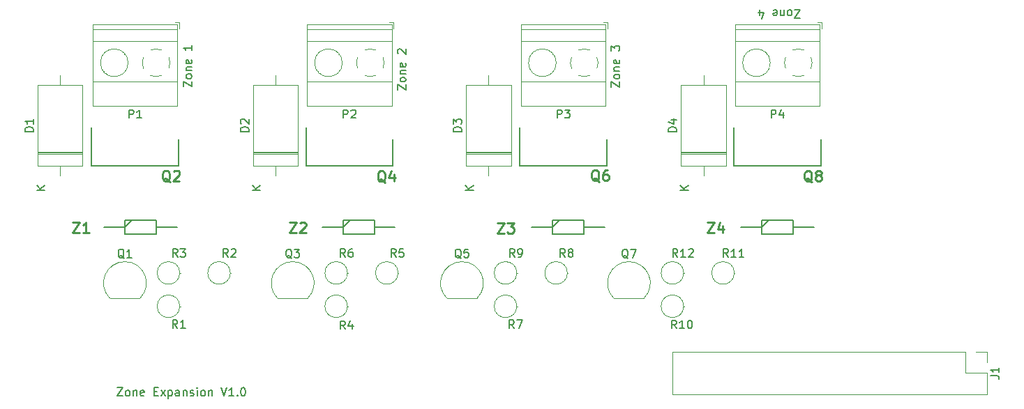
<source format=gbr>
%TF.GenerationSoftware,KiCad,Pcbnew,(6.0.0)*%
%TF.CreationDate,2022-07-19T12:43:36-07:00*%
%TF.ProjectId,MakeItRain - DaughterBoard Blank,4d616b65-4974-4526-9169-6e202d204461,rev?*%
%TF.SameCoordinates,Original*%
%TF.FileFunction,Legend,Top*%
%TF.FilePolarity,Positive*%
%FSLAX46Y46*%
G04 Gerber Fmt 4.6, Leading zero omitted, Abs format (unit mm)*
G04 Created by KiCad (PCBNEW (6.0.0)) date 2022-07-19 12:43:36*
%MOMM*%
%LPD*%
G01*
G04 APERTURE LIST*
%ADD10C,0.150000*%
%ADD11C,0.254000*%
%ADD12C,0.120000*%
%ADD13C,0.200000*%
G04 APERTURE END LIST*
D10*
X100104797Y-87927537D02*
X100104797Y-87260870D01*
X101104797Y-87927537D01*
X101104797Y-87260870D01*
X101104797Y-86737061D02*
X101057178Y-86832299D01*
X101009559Y-86879918D01*
X100914321Y-86927537D01*
X100628607Y-86927537D01*
X100533369Y-86879918D01*
X100485750Y-86832299D01*
X100438131Y-86737061D01*
X100438131Y-86594204D01*
X100485750Y-86498966D01*
X100533369Y-86451347D01*
X100628607Y-86403728D01*
X100914321Y-86403728D01*
X101009559Y-86451347D01*
X101057178Y-86498966D01*
X101104797Y-86594204D01*
X101104797Y-86737061D01*
X100438131Y-85975156D02*
X101104797Y-85975156D01*
X100533369Y-85975156D02*
X100485750Y-85927537D01*
X100438131Y-85832299D01*
X100438131Y-85689442D01*
X100485750Y-85594204D01*
X100580988Y-85546585D01*
X101104797Y-85546585D01*
X101057178Y-84689442D02*
X101104797Y-84784680D01*
X101104797Y-84975156D01*
X101057178Y-85070394D01*
X100961940Y-85118013D01*
X100580988Y-85118013D01*
X100485750Y-85070394D01*
X100438131Y-84975156D01*
X100438131Y-84784680D01*
X100485750Y-84689442D01*
X100580988Y-84641823D01*
X100676226Y-84641823D01*
X100771464Y-85118013D01*
X100200036Y-83498966D02*
X100152417Y-83451347D01*
X100104797Y-83356108D01*
X100104797Y-83118013D01*
X100152417Y-83022775D01*
X100200036Y-82975156D01*
X100295274Y-82927537D01*
X100390512Y-82927537D01*
X100533369Y-82975156D01*
X101104797Y-83546585D01*
X101104797Y-82927537D01*
X74137130Y-87519814D02*
X74137130Y-86853147D01*
X75137130Y-87519814D01*
X75137130Y-86853147D01*
X75137130Y-86329338D02*
X75089511Y-86424576D01*
X75041892Y-86472195D01*
X74946654Y-86519814D01*
X74660940Y-86519814D01*
X74565702Y-86472195D01*
X74518083Y-86424576D01*
X74470464Y-86329338D01*
X74470464Y-86186481D01*
X74518083Y-86091243D01*
X74565702Y-86043624D01*
X74660940Y-85996005D01*
X74946654Y-85996005D01*
X75041892Y-86043624D01*
X75089511Y-86091243D01*
X75137130Y-86186481D01*
X75137130Y-86329338D01*
X74470464Y-85567433D02*
X75137130Y-85567433D01*
X74565702Y-85567433D02*
X74518083Y-85519814D01*
X74470464Y-85424576D01*
X74470464Y-85281719D01*
X74518083Y-85186481D01*
X74613321Y-85138862D01*
X75137130Y-85138862D01*
X75089511Y-84281719D02*
X75137130Y-84376957D01*
X75137130Y-84567433D01*
X75089511Y-84662671D01*
X74994273Y-84710290D01*
X74613321Y-84710290D01*
X74518083Y-84662671D01*
X74470464Y-84567433D01*
X74470464Y-84376957D01*
X74518083Y-84281719D01*
X74613321Y-84234100D01*
X74708559Y-84234100D01*
X74803797Y-84710290D01*
X75137130Y-82519814D02*
X75137130Y-83091243D01*
X75137130Y-82805528D02*
X74137130Y-82805528D01*
X74279988Y-82900766D01*
X74375226Y-82996005D01*
X74422845Y-83091243D01*
X66102525Y-124089562D02*
X66769191Y-124089562D01*
X66102525Y-125089562D01*
X66769191Y-125089562D01*
X67293001Y-125089562D02*
X67197763Y-125041943D01*
X67150144Y-124994324D01*
X67102525Y-124899086D01*
X67102525Y-124613372D01*
X67150144Y-124518134D01*
X67197763Y-124470515D01*
X67293001Y-124422896D01*
X67435858Y-124422896D01*
X67531096Y-124470515D01*
X67578715Y-124518134D01*
X67626334Y-124613372D01*
X67626334Y-124899086D01*
X67578715Y-124994324D01*
X67531096Y-125041943D01*
X67435858Y-125089562D01*
X67293001Y-125089562D01*
X68054906Y-124422896D02*
X68054906Y-125089562D01*
X68054906Y-124518134D02*
X68102525Y-124470515D01*
X68197763Y-124422896D01*
X68340620Y-124422896D01*
X68435858Y-124470515D01*
X68483477Y-124565753D01*
X68483477Y-125089562D01*
X69340620Y-125041943D02*
X69245382Y-125089562D01*
X69054906Y-125089562D01*
X68959668Y-125041943D01*
X68912049Y-124946705D01*
X68912049Y-124565753D01*
X68959668Y-124470515D01*
X69054906Y-124422896D01*
X69245382Y-124422896D01*
X69340620Y-124470515D01*
X69388239Y-124565753D01*
X69388239Y-124660991D01*
X68912049Y-124756229D01*
X70578715Y-124565753D02*
X70912049Y-124565753D01*
X71054906Y-125089562D02*
X70578715Y-125089562D01*
X70578715Y-124089562D01*
X71054906Y-124089562D01*
X71388239Y-125089562D02*
X71912049Y-124422896D01*
X71388239Y-124422896D02*
X71912049Y-125089562D01*
X72293001Y-124422896D02*
X72293001Y-125422896D01*
X72293001Y-124470515D02*
X72388239Y-124422896D01*
X72578715Y-124422896D01*
X72673953Y-124470515D01*
X72721572Y-124518134D01*
X72769191Y-124613372D01*
X72769191Y-124899086D01*
X72721572Y-124994324D01*
X72673953Y-125041943D01*
X72578715Y-125089562D01*
X72388239Y-125089562D01*
X72293001Y-125041943D01*
X73626334Y-125089562D02*
X73626334Y-124565753D01*
X73578715Y-124470515D01*
X73483477Y-124422896D01*
X73293001Y-124422896D01*
X73197763Y-124470515D01*
X73626334Y-125041943D02*
X73531096Y-125089562D01*
X73293001Y-125089562D01*
X73197763Y-125041943D01*
X73150144Y-124946705D01*
X73150144Y-124851467D01*
X73197763Y-124756229D01*
X73293001Y-124708610D01*
X73531096Y-124708610D01*
X73626334Y-124660991D01*
X74102525Y-124422896D02*
X74102525Y-125089562D01*
X74102525Y-124518134D02*
X74150144Y-124470515D01*
X74245382Y-124422896D01*
X74388239Y-124422896D01*
X74483477Y-124470515D01*
X74531096Y-124565753D01*
X74531096Y-125089562D01*
X74959668Y-125041943D02*
X75054906Y-125089562D01*
X75245382Y-125089562D01*
X75340620Y-125041943D01*
X75388239Y-124946705D01*
X75388239Y-124899086D01*
X75340620Y-124803848D01*
X75245382Y-124756229D01*
X75102525Y-124756229D01*
X75007287Y-124708610D01*
X74959668Y-124613372D01*
X74959668Y-124565753D01*
X75007287Y-124470515D01*
X75102525Y-124422896D01*
X75245382Y-124422896D01*
X75340620Y-124470515D01*
X75816810Y-125089562D02*
X75816810Y-124422896D01*
X75816810Y-124089562D02*
X75769191Y-124137182D01*
X75816810Y-124184801D01*
X75864429Y-124137182D01*
X75816810Y-124089562D01*
X75816810Y-124184801D01*
X76435858Y-125089562D02*
X76340620Y-125041943D01*
X76293001Y-124994324D01*
X76245382Y-124899086D01*
X76245382Y-124613372D01*
X76293001Y-124518134D01*
X76340620Y-124470515D01*
X76435858Y-124422896D01*
X76578715Y-124422896D01*
X76673953Y-124470515D01*
X76721572Y-124518134D01*
X76769191Y-124613372D01*
X76769191Y-124899086D01*
X76721572Y-124994324D01*
X76673953Y-125041943D01*
X76578715Y-125089562D01*
X76435858Y-125089562D01*
X77197763Y-124422896D02*
X77197763Y-125089562D01*
X77197763Y-124518134D02*
X77245382Y-124470515D01*
X77340620Y-124422896D01*
X77483477Y-124422896D01*
X77578715Y-124470515D01*
X77626334Y-124565753D01*
X77626334Y-125089562D01*
X78721572Y-124089562D02*
X79054906Y-125089562D01*
X79388239Y-124089562D01*
X80245382Y-125089562D02*
X79673953Y-125089562D01*
X79959668Y-125089562D02*
X79959668Y-124089562D01*
X79864429Y-124232420D01*
X79769191Y-124327658D01*
X79673953Y-124375277D01*
X80673953Y-124994324D02*
X80721572Y-125041943D01*
X80673953Y-125089562D01*
X80626334Y-125041943D01*
X80673953Y-124994324D01*
X80673953Y-125089562D01*
X81340620Y-124089562D02*
X81435858Y-124089562D01*
X81531096Y-124137182D01*
X81578715Y-124184801D01*
X81626334Y-124280039D01*
X81673953Y-124470515D01*
X81673953Y-124708610D01*
X81626334Y-124899086D01*
X81578715Y-124994324D01*
X81531096Y-125041943D01*
X81435858Y-125089562D01*
X81340620Y-125089562D01*
X81245382Y-125041943D01*
X81197763Y-124994324D01*
X81150144Y-124899086D01*
X81102525Y-124708610D01*
X81102525Y-124470515D01*
X81150144Y-124280039D01*
X81197763Y-124184801D01*
X81245382Y-124137182D01*
X81340620Y-124089562D01*
X126067532Y-87532966D02*
X126067532Y-86866299D01*
X127067532Y-87532966D01*
X127067532Y-86866299D01*
X127067532Y-86342490D02*
X127019913Y-86437728D01*
X126972294Y-86485347D01*
X126877056Y-86532966D01*
X126591342Y-86532966D01*
X126496104Y-86485347D01*
X126448485Y-86437728D01*
X126400866Y-86342490D01*
X126400866Y-86199633D01*
X126448485Y-86104395D01*
X126496104Y-86056776D01*
X126591342Y-86009157D01*
X126877056Y-86009157D01*
X126972294Y-86056776D01*
X127019913Y-86104395D01*
X127067532Y-86199633D01*
X127067532Y-86342490D01*
X126400866Y-85580585D02*
X127067532Y-85580585D01*
X126496104Y-85580585D02*
X126448485Y-85532966D01*
X126400866Y-85437728D01*
X126400866Y-85294871D01*
X126448485Y-85199633D01*
X126543723Y-85152014D01*
X127067532Y-85152014D01*
X127019913Y-84294871D02*
X127067532Y-84390109D01*
X127067532Y-84580585D01*
X127019913Y-84675823D01*
X126924675Y-84723442D01*
X126543723Y-84723442D01*
X126448485Y-84675823D01*
X126400866Y-84580585D01*
X126400866Y-84390109D01*
X126448485Y-84294871D01*
X126543723Y-84247252D01*
X126638961Y-84247252D01*
X126734199Y-84723442D01*
X126067532Y-83152014D02*
X126067532Y-82532966D01*
X126448485Y-82866299D01*
X126448485Y-82723442D01*
X126496104Y-82628204D01*
X126543723Y-82580585D01*
X126638961Y-82532966D01*
X126877056Y-82532966D01*
X126972294Y-82580585D01*
X127019913Y-82628204D01*
X127067532Y-82723442D01*
X127067532Y-83009157D01*
X127019913Y-83104395D01*
X126972294Y-83152014D01*
X148975988Y-79194326D02*
X148309321Y-79194326D01*
X148975988Y-78194326D01*
X148309321Y-78194326D01*
X147785512Y-78194326D02*
X147880750Y-78241945D01*
X147928369Y-78289564D01*
X147975988Y-78384802D01*
X147975988Y-78670516D01*
X147928369Y-78765754D01*
X147880750Y-78813373D01*
X147785512Y-78860992D01*
X147642655Y-78860992D01*
X147547417Y-78813373D01*
X147499798Y-78765754D01*
X147452179Y-78670516D01*
X147452179Y-78384802D01*
X147499798Y-78289564D01*
X147547417Y-78241945D01*
X147642655Y-78194326D01*
X147785512Y-78194326D01*
X147023607Y-78860992D02*
X147023607Y-78194326D01*
X147023607Y-78765754D02*
X146975988Y-78813373D01*
X146880750Y-78860992D01*
X146737893Y-78860992D01*
X146642655Y-78813373D01*
X146595036Y-78718135D01*
X146595036Y-78194326D01*
X145737893Y-78241945D02*
X145833131Y-78194326D01*
X146023607Y-78194326D01*
X146118845Y-78241945D01*
X146166464Y-78337183D01*
X146166464Y-78718135D01*
X146118845Y-78813373D01*
X146023607Y-78860992D01*
X145833131Y-78860992D01*
X145737893Y-78813373D01*
X145690274Y-78718135D01*
X145690274Y-78622897D01*
X146166464Y-78527659D01*
X144071226Y-78860992D02*
X144071226Y-78194326D01*
X144309321Y-79241945D02*
X144547417Y-78527659D01*
X143928369Y-78527659D01*
%TO.C,J1*%
X172131380Y-122645633D02*
X172845666Y-122645633D01*
X172988523Y-122693252D01*
X173083761Y-122788490D01*
X173131380Y-122931347D01*
X173131380Y-123026585D01*
X173131380Y-121645633D02*
X173131380Y-122217061D01*
X173131380Y-121931347D02*
X172131380Y-121931347D01*
X172274238Y-122026585D01*
X172369476Y-122121823D01*
X172417095Y-122217061D01*
D11*
%TO.C,Z3*%
X112237369Y-104034935D02*
X113084036Y-104034935D01*
X112237369Y-105304935D01*
X113084036Y-105304935D01*
X113446893Y-104034935D02*
X114233084Y-104034935D01*
X113809750Y-104518745D01*
X113991179Y-104518745D01*
X114112131Y-104579221D01*
X114172607Y-104639697D01*
X114233084Y-104760650D01*
X114233084Y-105063031D01*
X114172607Y-105183983D01*
X114112131Y-105244459D01*
X113991179Y-105304935D01*
X113628322Y-105304935D01*
X113507369Y-105244459D01*
X113446893Y-105183983D01*
D10*
%TO.C,R12*%
X134112716Y-108230221D02*
X133779383Y-107754031D01*
X133541288Y-108230221D02*
X133541288Y-107230221D01*
X133922240Y-107230221D01*
X134017478Y-107277841D01*
X134065097Y-107325460D01*
X134112716Y-107420698D01*
X134112716Y-107563555D01*
X134065097Y-107658793D01*
X134017478Y-107706412D01*
X133922240Y-107754031D01*
X133541288Y-107754031D01*
X135065097Y-108230221D02*
X134493669Y-108230221D01*
X134779383Y-108230221D02*
X134779383Y-107230221D01*
X134684145Y-107373079D01*
X134588907Y-107468317D01*
X134493669Y-107515936D01*
X135446050Y-107325460D02*
X135493669Y-107277841D01*
X135588907Y-107230221D01*
X135827002Y-107230221D01*
X135922240Y-107277841D01*
X135969859Y-107325460D01*
X136017478Y-107420698D01*
X136017478Y-107515936D01*
X135969859Y-107658793D01*
X135398431Y-108230221D01*
X136017478Y-108230221D01*
%TO.C,R10*%
X133985910Y-116900216D02*
X133652577Y-116424026D01*
X133414482Y-116900216D02*
X133414482Y-115900216D01*
X133795434Y-115900216D01*
X133890672Y-115947836D01*
X133938291Y-115995455D01*
X133985910Y-116090693D01*
X133985910Y-116233550D01*
X133938291Y-116328788D01*
X133890672Y-116376407D01*
X133795434Y-116424026D01*
X133414482Y-116424026D01*
X134938291Y-116900216D02*
X134366863Y-116900216D01*
X134652577Y-116900216D02*
X134652577Y-115900216D01*
X134557339Y-116043074D01*
X134462101Y-116138312D01*
X134366863Y-116185931D01*
X135557339Y-115900216D02*
X135652577Y-115900216D01*
X135747815Y-115947836D01*
X135795434Y-115995455D01*
X135843053Y-116090693D01*
X135890672Y-116281169D01*
X135890672Y-116519264D01*
X135843053Y-116709740D01*
X135795434Y-116804978D01*
X135747815Y-116852597D01*
X135652577Y-116900216D01*
X135557339Y-116900216D01*
X135462101Y-116852597D01*
X135414482Y-116804978D01*
X135366863Y-116709740D01*
X135319244Y-116519264D01*
X135319244Y-116281169D01*
X135366863Y-116090693D01*
X135414482Y-115995455D01*
X135462101Y-115947836D01*
X135557339Y-115900216D01*
D11*
%TO.C,Q2*%
X72522533Y-99098851D02*
X72401581Y-99038375D01*
X72280628Y-98917422D01*
X72099200Y-98735994D01*
X71978247Y-98675517D01*
X71857295Y-98675517D01*
X71917771Y-98977898D02*
X71796819Y-98917422D01*
X71675866Y-98796470D01*
X71615390Y-98554565D01*
X71615390Y-98131232D01*
X71675866Y-97889327D01*
X71796819Y-97768375D01*
X71917771Y-97707898D01*
X72159676Y-97707898D01*
X72280628Y-97768375D01*
X72401581Y-97889327D01*
X72462057Y-98131232D01*
X72462057Y-98554565D01*
X72401581Y-98796470D01*
X72280628Y-98917422D01*
X72159676Y-98977898D01*
X71917771Y-98977898D01*
X72945866Y-97828851D02*
X73006343Y-97768375D01*
X73127295Y-97707898D01*
X73429676Y-97707898D01*
X73550628Y-97768375D01*
X73611105Y-97828851D01*
X73671581Y-97949803D01*
X73671581Y-98070755D01*
X73611105Y-98252184D01*
X72885390Y-98977898D01*
X73671581Y-98977898D01*
D10*
%TO.C,P1*%
X67539859Y-91323044D02*
X67539859Y-90323044D01*
X67920812Y-90323044D01*
X68016050Y-90370664D01*
X68063669Y-90418283D01*
X68111288Y-90513521D01*
X68111288Y-90656378D01*
X68063669Y-90751616D01*
X68016050Y-90799235D01*
X67920812Y-90846854D01*
X67539859Y-90846854D01*
X69063669Y-91323044D02*
X68492240Y-91323044D01*
X68777955Y-91323044D02*
X68777955Y-90323044D01*
X68682716Y-90465902D01*
X68587478Y-90561140D01*
X68492240Y-90608759D01*
%TO.C,D1*%
X55905843Y-92968759D02*
X54905843Y-92968759D01*
X54905843Y-92730664D01*
X54953463Y-92587806D01*
X55048701Y-92492568D01*
X55143939Y-92444949D01*
X55334415Y-92397330D01*
X55477272Y-92397330D01*
X55667748Y-92444949D01*
X55762986Y-92492568D01*
X55858224Y-92587806D01*
X55905843Y-92730664D01*
X55905843Y-92968759D01*
X55905843Y-91444949D02*
X55905843Y-92016378D01*
X55905843Y-91730664D02*
X54905843Y-91730664D01*
X55048701Y-91825902D01*
X55143939Y-91921140D01*
X55191558Y-92016378D01*
X57330843Y-100112568D02*
X56330843Y-100112568D01*
X57330843Y-99541140D02*
X56759415Y-99969711D01*
X56330843Y-99541140D02*
X56902272Y-100112568D01*
%TO.C,R5*%
X99920459Y-108230221D02*
X99587126Y-107754031D01*
X99349030Y-108230221D02*
X99349030Y-107230221D01*
X99729983Y-107230221D01*
X99825221Y-107277841D01*
X99872840Y-107325460D01*
X99920459Y-107420698D01*
X99920459Y-107563555D01*
X99872840Y-107658793D01*
X99825221Y-107706412D01*
X99729983Y-107754031D01*
X99349030Y-107754031D01*
X100825221Y-107230221D02*
X100349030Y-107230221D01*
X100301411Y-107706412D01*
X100349030Y-107658793D01*
X100444268Y-107611174D01*
X100682364Y-107611174D01*
X100777602Y-107658793D01*
X100825221Y-107706412D01*
X100872840Y-107801650D01*
X100872840Y-108039745D01*
X100825221Y-108134983D01*
X100777602Y-108182602D01*
X100682364Y-108230221D01*
X100444268Y-108230221D01*
X100349030Y-108182602D01*
X100301411Y-108134983D01*
D11*
%TO.C,Z1*%
X60673832Y-103982082D02*
X61520499Y-103982082D01*
X60673832Y-105252082D01*
X61520499Y-105252082D01*
X62669547Y-105252082D02*
X61943832Y-105252082D01*
X62306689Y-105252082D02*
X62306689Y-103982082D01*
X62185737Y-104163511D01*
X62064785Y-104284463D01*
X61943832Y-104344939D01*
D10*
%TO.C,R6*%
X93780459Y-108230221D02*
X93447126Y-107754031D01*
X93209030Y-108230221D02*
X93209030Y-107230221D01*
X93589983Y-107230221D01*
X93685221Y-107277841D01*
X93732840Y-107325460D01*
X93780459Y-107420698D01*
X93780459Y-107563555D01*
X93732840Y-107658793D01*
X93685221Y-107706412D01*
X93589983Y-107754031D01*
X93209030Y-107754031D01*
X94637602Y-107230221D02*
X94447126Y-107230221D01*
X94351887Y-107277841D01*
X94304268Y-107325460D01*
X94209030Y-107468317D01*
X94161411Y-107658793D01*
X94161411Y-108039745D01*
X94209030Y-108134983D01*
X94256649Y-108182602D01*
X94351887Y-108230221D01*
X94542364Y-108230221D01*
X94637602Y-108182602D01*
X94685221Y-108134983D01*
X94732840Y-108039745D01*
X94732840Y-107801650D01*
X94685221Y-107706412D01*
X94637602Y-107658793D01*
X94542364Y-107611174D01*
X94351887Y-107611174D01*
X94256649Y-107658793D01*
X94209030Y-107706412D01*
X94161411Y-107801650D01*
%TO.C,D3*%
X107895431Y-92968759D02*
X106895431Y-92968759D01*
X106895431Y-92730664D01*
X106943051Y-92587806D01*
X107038289Y-92492568D01*
X107133527Y-92444949D01*
X107324003Y-92397330D01*
X107466860Y-92397330D01*
X107657336Y-92444949D01*
X107752574Y-92492568D01*
X107847812Y-92587806D01*
X107895431Y-92730664D01*
X107895431Y-92968759D01*
X106895431Y-92063997D02*
X106895431Y-91444949D01*
X107276384Y-91778283D01*
X107276384Y-91635425D01*
X107324003Y-91540187D01*
X107371622Y-91492568D01*
X107466860Y-91444949D01*
X107704955Y-91444949D01*
X107800193Y-91492568D01*
X107847812Y-91540187D01*
X107895431Y-91635425D01*
X107895431Y-91921140D01*
X107847812Y-92016378D01*
X107800193Y-92063997D01*
X109320431Y-100112568D02*
X108320431Y-100112568D01*
X109320431Y-99541140D02*
X108749003Y-99969711D01*
X108320431Y-99541140D02*
X108891860Y-100112568D01*
D11*
%TO.C,Z2*%
X87009948Y-103991337D02*
X87856615Y-103991337D01*
X87009948Y-105261337D01*
X87856615Y-105261337D01*
X88279948Y-104112290D02*
X88340424Y-104051814D01*
X88461377Y-103991337D01*
X88763758Y-103991337D01*
X88884710Y-104051814D01*
X88945186Y-104112290D01*
X89005663Y-104233242D01*
X89005663Y-104354194D01*
X88945186Y-104535623D01*
X88219472Y-105261337D01*
X89005663Y-105261337D01*
D10*
%TO.C,R11*%
X140252716Y-108230221D02*
X139919383Y-107754031D01*
X139681288Y-108230221D02*
X139681288Y-107230221D01*
X140062240Y-107230221D01*
X140157478Y-107277841D01*
X140205097Y-107325460D01*
X140252716Y-107420698D01*
X140252716Y-107563555D01*
X140205097Y-107658793D01*
X140157478Y-107706412D01*
X140062240Y-107754031D01*
X139681288Y-107754031D01*
X141205097Y-108230221D02*
X140633669Y-108230221D01*
X140919383Y-108230221D02*
X140919383Y-107230221D01*
X140824145Y-107373079D01*
X140728907Y-107468317D01*
X140633669Y-107515936D01*
X142157478Y-108230221D02*
X141586050Y-108230221D01*
X141871764Y-108230221D02*
X141871764Y-107230221D01*
X141776526Y-107373079D01*
X141681288Y-107468317D01*
X141586050Y-107515936D01*
D11*
%TO.C,Q8*%
X150433755Y-99122964D02*
X150312803Y-99062488D01*
X150191850Y-98941535D01*
X150010422Y-98760107D01*
X149889469Y-98699630D01*
X149768517Y-98699630D01*
X149828993Y-99002011D02*
X149708041Y-98941535D01*
X149587088Y-98820583D01*
X149526612Y-98578678D01*
X149526612Y-98155345D01*
X149587088Y-97913440D01*
X149708041Y-97792488D01*
X149828993Y-97732011D01*
X150070898Y-97732011D01*
X150191850Y-97792488D01*
X150312803Y-97913440D01*
X150373279Y-98155345D01*
X150373279Y-98578678D01*
X150312803Y-98820583D01*
X150191850Y-98941535D01*
X150070898Y-99002011D01*
X149828993Y-99002011D01*
X151098993Y-98276297D02*
X150978041Y-98215821D01*
X150917565Y-98155345D01*
X150857088Y-98034392D01*
X150857088Y-97973916D01*
X150917565Y-97852964D01*
X150978041Y-97792488D01*
X151098993Y-97732011D01*
X151340898Y-97732011D01*
X151461850Y-97792488D01*
X151522327Y-97852964D01*
X151582803Y-97973916D01*
X151582803Y-98034392D01*
X151522327Y-98155345D01*
X151461850Y-98215821D01*
X151340898Y-98276297D01*
X151098993Y-98276297D01*
X150978041Y-98336773D01*
X150917565Y-98397249D01*
X150857088Y-98518202D01*
X150857088Y-98760107D01*
X150917565Y-98881059D01*
X150978041Y-98941535D01*
X151098993Y-99002011D01*
X151340898Y-99002011D01*
X151461850Y-98941535D01*
X151522327Y-98881059D01*
X151582803Y-98760107D01*
X151582803Y-98518202D01*
X151522327Y-98397249D01*
X151461850Y-98336773D01*
X151340898Y-98276297D01*
D10*
%TO.C,R7*%
X114268862Y-116881218D02*
X113935529Y-116405028D01*
X113697433Y-116881218D02*
X113697433Y-115881218D01*
X114078386Y-115881218D01*
X114173624Y-115928838D01*
X114221243Y-115976457D01*
X114268862Y-116071695D01*
X114268862Y-116214552D01*
X114221243Y-116309790D01*
X114173624Y-116357409D01*
X114078386Y-116405028D01*
X113697433Y-116405028D01*
X114602195Y-115881218D02*
X115268862Y-115881218D01*
X114840290Y-116881218D01*
%TO.C,Q7*%
X128110335Y-108365460D02*
X128015097Y-108317841D01*
X127919859Y-108222602D01*
X127777002Y-108079745D01*
X127681764Y-108032126D01*
X127586526Y-108032126D01*
X127634145Y-108270221D02*
X127538907Y-108222602D01*
X127443669Y-108127364D01*
X127396050Y-107936888D01*
X127396050Y-107603555D01*
X127443669Y-107413079D01*
X127538907Y-107317841D01*
X127634145Y-107270221D01*
X127824621Y-107270221D01*
X127919859Y-107317841D01*
X128015097Y-107413079D01*
X128062716Y-107603555D01*
X128062716Y-107936888D01*
X128015097Y-108127364D01*
X127919859Y-108222602D01*
X127824621Y-108270221D01*
X127634145Y-108270221D01*
X128396050Y-107270221D02*
X129062716Y-107270221D01*
X128634145Y-108270221D01*
D11*
%TO.C,Q4*%
X98645288Y-99151461D02*
X98524336Y-99090985D01*
X98403383Y-98970032D01*
X98221955Y-98788604D01*
X98101002Y-98728127D01*
X97980050Y-98728127D01*
X98040526Y-99030508D02*
X97919574Y-98970032D01*
X97798621Y-98849080D01*
X97738145Y-98607175D01*
X97738145Y-98183842D01*
X97798621Y-97941937D01*
X97919574Y-97820985D01*
X98040526Y-97760508D01*
X98282431Y-97760508D01*
X98403383Y-97820985D01*
X98524336Y-97941937D01*
X98584812Y-98183842D01*
X98584812Y-98607175D01*
X98524336Y-98849080D01*
X98403383Y-98970032D01*
X98282431Y-99030508D01*
X98040526Y-99030508D01*
X99673383Y-98183842D02*
X99673383Y-99030508D01*
X99371002Y-97700032D02*
X99068621Y-98607175D01*
X99854812Y-98607175D01*
D10*
%TO.C,R3*%
X73420624Y-108230221D02*
X73087291Y-107754031D01*
X72849195Y-108230221D02*
X72849195Y-107230221D01*
X73230148Y-107230221D01*
X73325386Y-107277841D01*
X73373005Y-107325460D01*
X73420624Y-107420698D01*
X73420624Y-107563555D01*
X73373005Y-107658793D01*
X73325386Y-107706412D01*
X73230148Y-107754031D01*
X72849195Y-107754031D01*
X73753957Y-107230221D02*
X74373005Y-107230221D01*
X74039671Y-107611174D01*
X74182529Y-107611174D01*
X74277767Y-107658793D01*
X74325386Y-107706412D01*
X74373005Y-107801650D01*
X74373005Y-108039745D01*
X74325386Y-108134983D01*
X74277767Y-108182602D01*
X74182529Y-108230221D01*
X73896814Y-108230221D01*
X73801576Y-108182602D01*
X73753957Y-108134983D01*
%TO.C,P4*%
X145487249Y-91323044D02*
X145487249Y-90323044D01*
X145868202Y-90323044D01*
X145963440Y-90370664D01*
X146011059Y-90418283D01*
X146058678Y-90513521D01*
X146058678Y-90656378D01*
X146011059Y-90751616D01*
X145963440Y-90799235D01*
X145868202Y-90846854D01*
X145487249Y-90846854D01*
X146915821Y-90656378D02*
X146915821Y-91323044D01*
X146677725Y-90275425D02*
X146439630Y-90989711D01*
X147058678Y-90989711D01*
%TO.C,R9*%
X114331825Y-108230221D02*
X113998492Y-107754031D01*
X113760396Y-108230221D02*
X113760396Y-107230221D01*
X114141349Y-107230221D01*
X114236587Y-107277841D01*
X114284206Y-107325460D01*
X114331825Y-107420698D01*
X114331825Y-107563555D01*
X114284206Y-107658793D01*
X114236587Y-107706412D01*
X114141349Y-107754031D01*
X113760396Y-107754031D01*
X114808015Y-108230221D02*
X114998492Y-108230221D01*
X115093730Y-108182602D01*
X115141349Y-108134983D01*
X115236587Y-107992126D01*
X115284206Y-107801650D01*
X115284206Y-107420698D01*
X115236587Y-107325460D01*
X115188968Y-107277841D01*
X115093730Y-107230221D01*
X114903253Y-107230221D01*
X114808015Y-107277841D01*
X114760396Y-107325460D01*
X114712777Y-107420698D01*
X114712777Y-107658793D01*
X114760396Y-107754031D01*
X114808015Y-107801650D01*
X114903253Y-107849269D01*
X115093730Y-107849269D01*
X115188968Y-107801650D01*
X115236587Y-107754031D01*
X115284206Y-107658793D01*
%TO.C,Q1*%
X66942052Y-108365460D02*
X66846814Y-108317841D01*
X66751576Y-108222602D01*
X66608719Y-108079745D01*
X66513481Y-108032126D01*
X66418243Y-108032126D01*
X66465862Y-108270221D02*
X66370624Y-108222602D01*
X66275386Y-108127364D01*
X66227767Y-107936888D01*
X66227767Y-107603555D01*
X66275386Y-107413079D01*
X66370624Y-107317841D01*
X66465862Y-107270221D01*
X66656338Y-107270221D01*
X66751576Y-107317841D01*
X66846814Y-107413079D01*
X66894433Y-107603555D01*
X66894433Y-107936888D01*
X66846814Y-108127364D01*
X66751576Y-108222602D01*
X66656338Y-108270221D01*
X66465862Y-108270221D01*
X67846814Y-108270221D02*
X67275386Y-108270221D01*
X67561100Y-108270221D02*
X67561100Y-107270221D01*
X67465862Y-107413079D01*
X67370624Y-107508317D01*
X67275386Y-107555936D01*
%TO.C,Q5*%
X107853253Y-108365460D02*
X107758015Y-108317841D01*
X107662777Y-108222602D01*
X107519920Y-108079745D01*
X107424682Y-108032126D01*
X107329444Y-108032126D01*
X107377063Y-108270221D02*
X107281825Y-108222602D01*
X107186587Y-108127364D01*
X107138968Y-107936888D01*
X107138968Y-107603555D01*
X107186587Y-107413079D01*
X107281825Y-107317841D01*
X107377063Y-107270221D01*
X107567539Y-107270221D01*
X107662777Y-107317841D01*
X107758015Y-107413079D01*
X107805634Y-107603555D01*
X107805634Y-107936888D01*
X107758015Y-108127364D01*
X107662777Y-108222602D01*
X107567539Y-108270221D01*
X107377063Y-108270221D01*
X108710396Y-107270221D02*
X108234206Y-107270221D01*
X108186587Y-107746412D01*
X108234206Y-107698793D01*
X108329444Y-107651174D01*
X108567539Y-107651174D01*
X108662777Y-107698793D01*
X108710396Y-107746412D01*
X108758015Y-107841650D01*
X108758015Y-108079745D01*
X108710396Y-108174983D01*
X108662777Y-108222602D01*
X108567539Y-108270221D01*
X108329444Y-108270221D01*
X108234206Y-108222602D01*
X108186587Y-108174983D01*
D11*
%TO.C,Q6*%
X124599255Y-99050626D02*
X124478303Y-98990150D01*
X124357350Y-98869197D01*
X124175922Y-98687769D01*
X124054969Y-98627292D01*
X123934017Y-98627292D01*
X123994493Y-98929673D02*
X123873541Y-98869197D01*
X123752588Y-98748245D01*
X123692112Y-98506340D01*
X123692112Y-98083007D01*
X123752588Y-97841102D01*
X123873541Y-97720150D01*
X123994493Y-97659673D01*
X124236398Y-97659673D01*
X124357350Y-97720150D01*
X124478303Y-97841102D01*
X124538779Y-98083007D01*
X124538779Y-98506340D01*
X124478303Y-98748245D01*
X124357350Y-98869197D01*
X124236398Y-98929673D01*
X123994493Y-98929673D01*
X125627350Y-97659673D02*
X125385446Y-97659673D01*
X125264493Y-97720150D01*
X125204017Y-97780626D01*
X125083065Y-97962054D01*
X125022588Y-98203959D01*
X125022588Y-98687769D01*
X125083065Y-98808721D01*
X125143541Y-98869197D01*
X125264493Y-98929673D01*
X125506398Y-98929673D01*
X125627350Y-98869197D01*
X125687827Y-98808721D01*
X125748303Y-98687769D01*
X125748303Y-98385388D01*
X125687827Y-98264435D01*
X125627350Y-98203959D01*
X125506398Y-98143483D01*
X125264493Y-98143483D01*
X125143541Y-98203959D01*
X125083065Y-98264435D01*
X125022588Y-98385388D01*
D10*
%TO.C,R2*%
X79560624Y-108230221D02*
X79227291Y-107754031D01*
X78989195Y-108230221D02*
X78989195Y-107230221D01*
X79370148Y-107230221D01*
X79465386Y-107277841D01*
X79513005Y-107325460D01*
X79560624Y-107420698D01*
X79560624Y-107563555D01*
X79513005Y-107658793D01*
X79465386Y-107706412D01*
X79370148Y-107754031D01*
X78989195Y-107754031D01*
X79941576Y-107325460D02*
X79989195Y-107277841D01*
X80084433Y-107230221D01*
X80322529Y-107230221D01*
X80417767Y-107277841D01*
X80465386Y-107325460D01*
X80513005Y-107420698D01*
X80513005Y-107515936D01*
X80465386Y-107658793D01*
X79893957Y-108230221D01*
X80513005Y-108230221D01*
%TO.C,P2*%
X93537112Y-91323044D02*
X93537112Y-90323044D01*
X93918065Y-90323044D01*
X94013303Y-90370664D01*
X94060922Y-90418283D01*
X94108541Y-90513521D01*
X94108541Y-90656378D01*
X94060922Y-90751616D01*
X94013303Y-90799235D01*
X93918065Y-90846854D01*
X93537112Y-90846854D01*
X94489493Y-90418283D02*
X94537112Y-90370664D01*
X94632350Y-90323044D01*
X94870446Y-90323044D01*
X94965684Y-90370664D01*
X95013303Y-90418283D01*
X95060922Y-90513521D01*
X95060922Y-90608759D01*
X95013303Y-90751616D01*
X94441874Y-91323044D01*
X95060922Y-91323044D01*
%TO.C,Q3*%
X87301887Y-108365460D02*
X87206649Y-108317841D01*
X87111411Y-108222602D01*
X86968554Y-108079745D01*
X86873316Y-108032126D01*
X86778078Y-108032126D01*
X86825697Y-108270221D02*
X86730459Y-108222602D01*
X86635221Y-108127364D01*
X86587602Y-107936888D01*
X86587602Y-107603555D01*
X86635221Y-107413079D01*
X86730459Y-107317841D01*
X86825697Y-107270221D01*
X87016173Y-107270221D01*
X87111411Y-107317841D01*
X87206649Y-107413079D01*
X87254268Y-107603555D01*
X87254268Y-107936888D01*
X87206649Y-108127364D01*
X87111411Y-108222602D01*
X87016173Y-108270221D01*
X86825697Y-108270221D01*
X87587602Y-107270221D02*
X88206649Y-107270221D01*
X87873316Y-107651174D01*
X88016173Y-107651174D01*
X88111411Y-107698793D01*
X88159030Y-107746412D01*
X88206649Y-107841650D01*
X88206649Y-108079745D01*
X88159030Y-108174983D01*
X88111411Y-108222602D01*
X88016173Y-108270221D01*
X87730459Y-108270221D01*
X87635221Y-108222602D01*
X87587602Y-108174983D01*
%TO.C,R8*%
X120471825Y-108230221D02*
X120138492Y-107754031D01*
X119900396Y-108230221D02*
X119900396Y-107230221D01*
X120281349Y-107230221D01*
X120376587Y-107277841D01*
X120424206Y-107325460D01*
X120471825Y-107420698D01*
X120471825Y-107563555D01*
X120424206Y-107658793D01*
X120376587Y-107706412D01*
X120281349Y-107754031D01*
X119900396Y-107754031D01*
X121043253Y-107658793D02*
X120948015Y-107611174D01*
X120900396Y-107563555D01*
X120852777Y-107468317D01*
X120852777Y-107420698D01*
X120900396Y-107325460D01*
X120948015Y-107277841D01*
X121043253Y-107230221D01*
X121233730Y-107230221D01*
X121328968Y-107277841D01*
X121376587Y-107325460D01*
X121424206Y-107420698D01*
X121424206Y-107468317D01*
X121376587Y-107563555D01*
X121328968Y-107611174D01*
X121233730Y-107658793D01*
X121043253Y-107658793D01*
X120948015Y-107706412D01*
X120900396Y-107754031D01*
X120852777Y-107849269D01*
X120852777Y-108039745D01*
X120900396Y-108134983D01*
X120948015Y-108182602D01*
X121043253Y-108230221D01*
X121233730Y-108230221D01*
X121328968Y-108182602D01*
X121376587Y-108134983D01*
X121424206Y-108039745D01*
X121424206Y-107849269D01*
X121376587Y-107754031D01*
X121328968Y-107706412D01*
X121233730Y-107658793D01*
%TO.C,D4*%
X133996266Y-92968759D02*
X132996266Y-92968759D01*
X132996266Y-92730664D01*
X133043886Y-92587806D01*
X133139124Y-92492568D01*
X133234362Y-92444949D01*
X133424838Y-92397330D01*
X133567695Y-92397330D01*
X133758171Y-92444949D01*
X133853409Y-92492568D01*
X133948647Y-92587806D01*
X133996266Y-92730664D01*
X133996266Y-92968759D01*
X133329600Y-91540187D02*
X133996266Y-91540187D01*
X132948647Y-91778283D02*
X133662933Y-92016378D01*
X133662933Y-91397330D01*
X135421266Y-100112568D02*
X134421266Y-100112568D01*
X135421266Y-99541140D02*
X134849838Y-99969711D01*
X134421266Y-99541140D02*
X134992695Y-100112568D01*
%TO.C,R1*%
X73404478Y-116850698D02*
X73071145Y-116374508D01*
X72833049Y-116850698D02*
X72833049Y-115850698D01*
X73214002Y-115850698D01*
X73309240Y-115898318D01*
X73356859Y-115945937D01*
X73404478Y-116041175D01*
X73404478Y-116184032D01*
X73356859Y-116279270D01*
X73309240Y-116326889D01*
X73214002Y-116374508D01*
X72833049Y-116374508D01*
X74356859Y-116850698D02*
X73785430Y-116850698D01*
X74071145Y-116850698D02*
X74071145Y-115850698D01*
X73975906Y-115993556D01*
X73880668Y-116088794D01*
X73785430Y-116136413D01*
D11*
%TO.C,Z4*%
X137711275Y-104023975D02*
X138557942Y-104023975D01*
X137711275Y-105293975D01*
X138557942Y-105293975D01*
X139586037Y-104447309D02*
X139586037Y-105293975D01*
X139283656Y-103963499D02*
X138981275Y-104870642D01*
X139767466Y-104870642D01*
D10*
%TO.C,D2*%
X82060931Y-92968759D02*
X81060931Y-92968759D01*
X81060931Y-92730664D01*
X81108551Y-92587806D01*
X81203789Y-92492568D01*
X81299027Y-92444949D01*
X81489503Y-92397330D01*
X81632360Y-92397330D01*
X81822836Y-92444949D01*
X81918074Y-92492568D01*
X82013312Y-92587806D01*
X82060931Y-92730664D01*
X82060931Y-92968759D01*
X81156170Y-92016378D02*
X81108551Y-91968759D01*
X81060931Y-91873521D01*
X81060931Y-91635425D01*
X81108551Y-91540187D01*
X81156170Y-91492568D01*
X81251408Y-91444949D01*
X81346646Y-91444949D01*
X81489503Y-91492568D01*
X82060931Y-92063997D01*
X82060931Y-91444949D01*
X83485931Y-100112568D02*
X82485931Y-100112568D01*
X83485931Y-99541140D02*
X82914503Y-99969711D01*
X82485931Y-99541140D02*
X83057360Y-100112568D01*
%TO.C,R4*%
X93760091Y-116981324D02*
X93426758Y-116505134D01*
X93188662Y-116981324D02*
X93188662Y-115981324D01*
X93569615Y-115981324D01*
X93664853Y-116028944D01*
X93712472Y-116076563D01*
X93760091Y-116171801D01*
X93760091Y-116314658D01*
X93712472Y-116409896D01*
X93664853Y-116457515D01*
X93569615Y-116505134D01*
X93188662Y-116505134D01*
X94617234Y-116314658D02*
X94617234Y-116981324D01*
X94379138Y-115933705D02*
X94141043Y-116647991D01*
X94760091Y-116647991D01*
%TO.C,P3*%
X119504785Y-91323044D02*
X119504785Y-90323044D01*
X119885738Y-90323044D01*
X119980976Y-90370664D01*
X120028595Y-90418283D01*
X120076214Y-90513521D01*
X120076214Y-90656378D01*
X120028595Y-90751616D01*
X119980976Y-90799235D01*
X119885738Y-90846854D01*
X119504785Y-90846854D01*
X120409547Y-90323044D02*
X121028595Y-90323044D01*
X120695261Y-90703997D01*
X120838119Y-90703997D01*
X120933357Y-90751616D01*
X120980976Y-90799235D01*
X121028595Y-90894473D01*
X121028595Y-91132568D01*
X120980976Y-91227806D01*
X120933357Y-91275425D01*
X120838119Y-91323044D01*
X120552404Y-91323044D01*
X120457166Y-91275425D01*
X120409547Y-91227806D01*
D12*
%TO.C,J1*%
X171679000Y-124912300D02*
X133459000Y-124912300D01*
X169079000Y-119712300D02*
X133459000Y-119712300D01*
X133459000Y-119712300D02*
X133459000Y-124912300D01*
X171679000Y-119712300D02*
X171679000Y-121042300D01*
X170349000Y-119712300D02*
X171679000Y-119712300D01*
X169079000Y-122312300D02*
X171679000Y-122312300D01*
X171679000Y-122312300D02*
X171679000Y-124912300D01*
X169079000Y-119712300D02*
X169079000Y-122312300D01*
D13*
%TO.C,Z3*%
X122712364Y-105453019D02*
X118908364Y-105453019D01*
X118908364Y-103733019D02*
X122712364Y-103733019D01*
X122712364Y-103733019D02*
X122712364Y-105453019D01*
X122712364Y-104593019D02*
X125235364Y-104593019D01*
X116385364Y-104593019D02*
X118908364Y-104593019D01*
X118908364Y-105453019D02*
X118908364Y-103733019D01*
X118908364Y-104593019D02*
X119768364Y-103733019D01*
D12*
%TO.C,R12*%
X134855574Y-110147841D02*
X134925574Y-110147841D01*
X134855574Y-110147841D02*
G75*
G03*
X134855574Y-110147841I-1370000J0D01*
G01*
%TO.C,R10*%
X134855574Y-114197841D02*
X134925574Y-114197841D01*
X134855574Y-114197841D02*
G75*
G03*
X134855574Y-114197841I-1370000J0D01*
G01*
D13*
%TO.C,Q2*%
X63002955Y-92452182D02*
X63002955Y-97142182D01*
X63002955Y-97142182D02*
X73542955Y-97142182D01*
X73542955Y-97142182D02*
X73542955Y-93947182D01*
D12*
%TO.C,P1*%
X73417955Y-89871664D02*
X73417955Y-79950664D01*
X73657955Y-80450664D02*
X73657955Y-79710664D01*
X73417955Y-80510664D02*
X63137955Y-80510664D01*
X73417955Y-89871664D02*
X63137955Y-89871664D01*
X63137955Y-89871664D02*
X63137955Y-79950664D01*
X73657955Y-79710664D02*
X73157955Y-79710664D01*
X64667955Y-85885664D02*
X64702955Y-85849664D01*
X66771955Y-83371664D02*
X66806955Y-83336664D01*
X73417955Y-86911664D02*
X63137955Y-86911664D01*
X73417955Y-79950664D02*
X63137955Y-79950664D01*
X66964955Y-83587664D02*
X67011955Y-83541664D01*
X73417955Y-82010664D02*
X63137955Y-82010664D01*
X64462955Y-85679664D02*
X64509955Y-85633664D01*
X70817955Y-82930664D02*
G75*
G03*
X70134637Y-83075908I-1J-1679992D01*
G01*
X69282955Y-83926664D02*
G75*
G03*
X69282528Y-85293706I1534993J-684001D01*
G01*
X72352955Y-85294664D02*
G75*
G03*
X72353382Y-83927622I-1534993J684001D01*
G01*
X70133955Y-86145664D02*
G75*
G03*
X71500997Y-86146091I684001J1534993D01*
G01*
X71501955Y-83075664D02*
G75*
G03*
X70789150Y-82930411I-683999J-1535001D01*
G01*
X67417955Y-84610664D02*
G75*
G03*
X67417955Y-84610664I-1680000J0D01*
G01*
%TO.C,D1*%
X56453463Y-97115664D02*
X61903463Y-97115664D01*
X61903463Y-87345664D02*
X56453463Y-87345664D01*
X56453463Y-95446164D02*
X61903463Y-95446164D01*
X56453463Y-95566164D02*
X61903463Y-95566164D01*
X56453463Y-95686164D02*
X61903463Y-95686164D01*
X56453463Y-87345664D02*
X56453463Y-97115664D01*
X59178463Y-98310664D02*
X59178463Y-97115664D01*
X59178463Y-86150664D02*
X59178463Y-87345664D01*
X61903463Y-97115664D02*
X61903463Y-87345664D01*
%TO.C,R5*%
X100187126Y-110147841D02*
X100257126Y-110147841D01*
X100187126Y-110147841D02*
G75*
G03*
X100187126Y-110147841I-1370000J0D01*
G01*
D13*
%TO.C,Z1*%
X70821002Y-103733019D02*
X70821002Y-105453019D01*
X67017002Y-105453019D02*
X67017002Y-103733019D01*
X70821002Y-105453019D02*
X67017002Y-105453019D01*
X67017002Y-103733019D02*
X70821002Y-103733019D01*
X70821002Y-104593019D02*
X73344002Y-104593019D01*
X64494002Y-104593019D02*
X67017002Y-104593019D01*
X67017002Y-104593019D02*
X67877002Y-103733019D01*
D12*
%TO.C,R6*%
X94047126Y-110147841D02*
X94117126Y-110147841D01*
X94047126Y-110147841D02*
G75*
G03*
X94047126Y-110147841I-1370000J0D01*
G01*
%TO.C,D3*%
X108443051Y-95566164D02*
X113893051Y-95566164D01*
X108443051Y-97115664D02*
X113893051Y-97115664D01*
X113893051Y-97115664D02*
X113893051Y-87345664D01*
X113893051Y-87345664D02*
X108443051Y-87345664D01*
X108443051Y-87345664D02*
X108443051Y-97115664D01*
X108443051Y-95686164D02*
X113893051Y-95686164D01*
X111168051Y-98310664D02*
X111168051Y-97115664D01*
X108443051Y-95446164D02*
X113893051Y-95446164D01*
X111168051Y-86150664D02*
X111168051Y-87345664D01*
D13*
%TO.C,Z2*%
X93497609Y-103733019D02*
X97301609Y-103733019D01*
X93497609Y-104593019D02*
X94357609Y-103733019D01*
X97301609Y-103733019D02*
X97301609Y-105453019D01*
X97301609Y-104593019D02*
X99824609Y-104593019D01*
X90974609Y-104593019D02*
X93497609Y-104593019D01*
X97301609Y-105453019D02*
X93497609Y-105453019D01*
X93497609Y-105453019D02*
X93497609Y-103733019D01*
D12*
%TO.C,R11*%
X140995574Y-110147841D02*
X141065574Y-110147841D01*
X140995574Y-110147841D02*
G75*
G03*
X140995574Y-110147841I-1370000J0D01*
G01*
D13*
%TO.C,Q8*%
X151490345Y-97142182D02*
X151490345Y-93947182D01*
X140950345Y-92452182D02*
X140950345Y-97142182D01*
X140950345Y-97142182D02*
X151490345Y-97142182D01*
D12*
%TO.C,R7*%
X114598492Y-114197841D02*
X114668492Y-114197841D01*
X114598492Y-114197841D02*
G75*
G03*
X114598492Y-114197841I-1370000J0D01*
G01*
%TO.C,Q7*%
X126405574Y-113227841D02*
X130005574Y-113227841D01*
X130044052Y-113216319D02*
G75*
G03*
X128205574Y-108777841I-1838478J1838478D01*
G01*
X128205574Y-108777840D02*
G75*
G03*
X126367096Y-113216319I0J-2600001D01*
G01*
D13*
%TO.C,Q4*%
X89000208Y-97142182D02*
X99540208Y-97142182D01*
X89000208Y-92452182D02*
X89000208Y-97142182D01*
X99540208Y-97142182D02*
X99540208Y-93947182D01*
D12*
%TO.C,R3*%
X73687291Y-110147841D02*
X73757291Y-110147841D01*
X73687291Y-110147841D02*
G75*
G03*
X73687291Y-110147841I-1370000J0D01*
G01*
%TO.C,P4*%
X151365345Y-80510664D02*
X141085345Y-80510664D01*
X142615345Y-85885664D02*
X142650345Y-85849664D01*
X151605345Y-79710664D02*
X151105345Y-79710664D01*
X151365345Y-89871664D02*
X141085345Y-89871664D01*
X151365345Y-86911664D02*
X141085345Y-86911664D01*
X151365345Y-79950664D02*
X141085345Y-79950664D01*
X151365345Y-89871664D02*
X151365345Y-79950664D01*
X151605345Y-80450664D02*
X151605345Y-79710664D01*
X144912345Y-83587664D02*
X144959345Y-83541664D01*
X151365345Y-82010664D02*
X141085345Y-82010664D01*
X142410345Y-85679664D02*
X142457345Y-85633664D01*
X144719345Y-83371664D02*
X144754345Y-83336664D01*
X141085345Y-89871664D02*
X141085345Y-79950664D01*
X150300345Y-85294664D02*
G75*
G03*
X150300772Y-83927622I-1534993J684001D01*
G01*
X149449345Y-83075664D02*
G75*
G03*
X148736540Y-82930411I-683999J-1535001D01*
G01*
X148765345Y-82930664D02*
G75*
G03*
X148082027Y-83075908I-1J-1679992D01*
G01*
X147230345Y-83926664D02*
G75*
G03*
X147229918Y-85293706I1534993J-684001D01*
G01*
X148081345Y-86145664D02*
G75*
G03*
X149448387Y-86146091I684001J1534993D01*
G01*
X145365345Y-84610664D02*
G75*
G03*
X145365345Y-84610664I-1680000J0D01*
G01*
%TO.C,R9*%
X114598492Y-110147841D02*
X114668492Y-110147841D01*
X114598492Y-110147841D02*
G75*
G03*
X114598492Y-110147841I-1370000J0D01*
G01*
%TO.C,Q1*%
X65237291Y-113227841D02*
X68837291Y-113227841D01*
X68875769Y-113216319D02*
G75*
G03*
X67037291Y-108777841I-1838478J1838478D01*
G01*
X67037291Y-108777840D02*
G75*
G03*
X65198813Y-113216319I0J-2600001D01*
G01*
%TO.C,Q5*%
X106148492Y-113227841D02*
X109748492Y-113227841D01*
X107948492Y-108777840D02*
G75*
G03*
X106110014Y-113216319I0J-2600001D01*
G01*
X109786970Y-113216319D02*
G75*
G03*
X107948492Y-108777841I-1838478J1838478D01*
G01*
D13*
%TO.C,Q6*%
X125507881Y-97142182D02*
X125507881Y-93947182D01*
X114967881Y-97142182D02*
X125507881Y-97142182D01*
X114967881Y-92452182D02*
X114967881Y-97142182D01*
D12*
%TO.C,R2*%
X79827291Y-110147841D02*
X79897291Y-110147841D01*
X79827291Y-110147841D02*
G75*
G03*
X79827291Y-110147841I-1370000J0D01*
G01*
%TO.C,P2*%
X99655208Y-79710664D02*
X99155208Y-79710664D01*
X92962208Y-83587664D02*
X93009208Y-83541664D01*
X92769208Y-83371664D02*
X92804208Y-83336664D01*
X99415208Y-89871664D02*
X99415208Y-79950664D01*
X99655208Y-80450664D02*
X99655208Y-79710664D01*
X99415208Y-79950664D02*
X89135208Y-79950664D01*
X99415208Y-82010664D02*
X89135208Y-82010664D01*
X99415208Y-80510664D02*
X89135208Y-80510664D01*
X99415208Y-89871664D02*
X89135208Y-89871664D01*
X90665208Y-85885664D02*
X90700208Y-85849664D01*
X89135208Y-89871664D02*
X89135208Y-79950664D01*
X90460208Y-85679664D02*
X90507208Y-85633664D01*
X99415208Y-86911664D02*
X89135208Y-86911664D01*
X96131208Y-86145664D02*
G75*
G03*
X97498250Y-86146091I684001J1534993D01*
G01*
X96815208Y-82930664D02*
G75*
G03*
X96131890Y-83075908I-1J-1679992D01*
G01*
X98350208Y-85294664D02*
G75*
G03*
X98350635Y-83927622I-1534993J684001D01*
G01*
X97499208Y-83075664D02*
G75*
G03*
X96786403Y-82930411I-683999J-1535001D01*
G01*
X95280208Y-83926664D02*
G75*
G03*
X95279781Y-85293706I1534993J-684001D01*
G01*
X93415208Y-84610664D02*
G75*
G03*
X93415208Y-84610664I-1680000J0D01*
G01*
%TO.C,Q3*%
X85597126Y-113227841D02*
X89197126Y-113227841D01*
X89235604Y-113216319D02*
G75*
G03*
X87397126Y-108777841I-1838478J1838478D01*
G01*
X87397126Y-108777840D02*
G75*
G03*
X85558648Y-113216319I0J-2600001D01*
G01*
%TO.C,R8*%
X120738492Y-110147841D02*
X120808492Y-110147841D01*
X120738492Y-110147841D02*
G75*
G03*
X120738492Y-110147841I-1370000J0D01*
G01*
%TO.C,D4*%
X137268886Y-98310664D02*
X137268886Y-97115664D01*
X139993886Y-87345664D02*
X134543886Y-87345664D01*
X137268886Y-86150664D02*
X137268886Y-87345664D01*
X134543886Y-97115664D02*
X139993886Y-97115664D01*
X139993886Y-97115664D02*
X139993886Y-87345664D01*
X134543886Y-87345664D02*
X134543886Y-97115664D01*
X134543886Y-95686164D02*
X139993886Y-95686164D01*
X134543886Y-95566164D02*
X139993886Y-95566164D01*
X134543886Y-95446164D02*
X139993886Y-95446164D01*
%TO.C,R1*%
X73687291Y-114197841D02*
X73757291Y-114197841D01*
X73687291Y-114197841D02*
G75*
G03*
X73687291Y-114197841I-1370000J0D01*
G01*
D13*
%TO.C,Z4*%
X141801856Y-104593019D02*
X144324856Y-104593019D01*
X144324856Y-103733019D02*
X148128856Y-103733019D01*
X148128856Y-103733019D02*
X148128856Y-105453019D01*
X144324856Y-104593019D02*
X145184856Y-103733019D01*
X144324856Y-105453019D02*
X144324856Y-103733019D01*
X148128856Y-104593019D02*
X150651856Y-104593019D01*
X148128856Y-105453019D02*
X144324856Y-105453019D01*
D12*
%TO.C,D2*%
X82608551Y-95446164D02*
X88058551Y-95446164D01*
X88058551Y-87345664D02*
X82608551Y-87345664D01*
X82608551Y-95566164D02*
X88058551Y-95566164D01*
X82608551Y-95686164D02*
X88058551Y-95686164D01*
X88058551Y-97115664D02*
X88058551Y-87345664D01*
X85333551Y-86150664D02*
X85333551Y-87345664D01*
X82608551Y-87345664D02*
X82608551Y-97115664D01*
X82608551Y-97115664D02*
X88058551Y-97115664D01*
X85333551Y-98310664D02*
X85333551Y-97115664D01*
%TO.C,R4*%
X94047126Y-114197841D02*
X94117126Y-114197841D01*
X94047126Y-114197841D02*
G75*
G03*
X94047126Y-114197841I-1370000J0D01*
G01*
%TO.C,P3*%
X125382881Y-86911664D02*
X115102881Y-86911664D01*
X115102881Y-89871664D02*
X115102881Y-79950664D01*
X118929881Y-83587664D02*
X118976881Y-83541664D01*
X125382881Y-89871664D02*
X115102881Y-89871664D01*
X125382881Y-80510664D02*
X115102881Y-80510664D01*
X116427881Y-85679664D02*
X116474881Y-85633664D01*
X125382881Y-89871664D02*
X125382881Y-79950664D01*
X125382881Y-82010664D02*
X115102881Y-82010664D01*
X125622881Y-80450664D02*
X125622881Y-79710664D01*
X125622881Y-79710664D02*
X125122881Y-79710664D01*
X116632881Y-85885664D02*
X116667881Y-85849664D01*
X125382881Y-79950664D02*
X115102881Y-79950664D01*
X118736881Y-83371664D02*
X118771881Y-83336664D01*
X123466881Y-83075664D02*
G75*
G03*
X122754076Y-82930411I-683999J-1535001D01*
G01*
X121247881Y-83926664D02*
G75*
G03*
X121247454Y-85293706I1534993J-684001D01*
G01*
X122782881Y-82930664D02*
G75*
G03*
X122099563Y-83075908I-1J-1679992D01*
G01*
X122098881Y-86145664D02*
G75*
G03*
X123465923Y-86146091I684001J1534993D01*
G01*
X124317881Y-85294664D02*
G75*
G03*
X124318308Y-83927622I-1534993J684001D01*
G01*
X119382881Y-84610664D02*
G75*
G03*
X119382881Y-84610664I-1680000J0D01*
G01*
%TD*%
M02*

</source>
